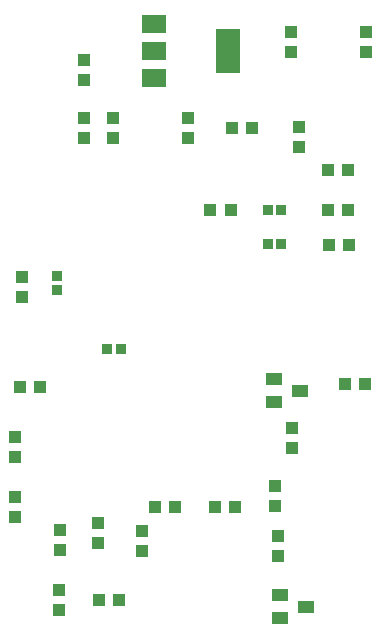
<source format=gbr>
G04 EAGLE Gerber RS-274X export*
G75*
%MOMM*%
%FSLAX34Y34*%
%LPD*%
%INSolderpaste Bottom*%
%IPPOS*%
%AMOC8*
5,1,8,0,0,1.08239X$1,22.5*%
G01*
%ADD10R,1.000000X1.100000*%
%ADD11R,1.100000X1.000000*%
%ADD12R,2.000000X1.500000*%
%ADD13R,2.000000X3.800000*%
%ADD14R,1.400000X1.000000*%
%ADD15R,0.850000X0.900000*%
%ADD16R,0.900000X0.850000*%


D10*
X425863Y659602D03*
X425863Y642602D03*
X279400Y389500D03*
X279400Y372500D03*
X386924Y292909D03*
X386924Y309909D03*
X279400Y321700D03*
X279400Y338700D03*
D11*
X544257Y581663D03*
X561257Y581663D03*
D10*
X362363Y659602D03*
X362363Y642602D03*
X512685Y732326D03*
X512685Y715326D03*
D11*
X414900Y330200D03*
X397900Y330200D03*
X448700Y330200D03*
X465700Y330200D03*
D10*
X576320Y732293D03*
X576320Y715293D03*
D12*
X396914Y692721D03*
X396914Y715721D03*
X396914Y738721D03*
D13*
X459914Y715721D03*
D14*
X520693Y428439D03*
X498693Y437939D03*
X498693Y418939D03*
D10*
X513931Y397117D03*
X513931Y380117D03*
D11*
X444890Y581660D03*
X461890Y581660D03*
X300600Y431800D03*
X283600Y431800D03*
D10*
X317494Y293754D03*
X317494Y310754D03*
D11*
X558768Y434365D03*
X575768Y434365D03*
D10*
X499537Y331015D03*
X499537Y348015D03*
X349670Y299681D03*
X349670Y316681D03*
D11*
X367425Y251407D03*
X350425Y251407D03*
D10*
X337813Y708696D03*
X337813Y691696D03*
D11*
X561388Y614855D03*
X544388Y614855D03*
X545322Y551943D03*
X562322Y551943D03*
D15*
X357420Y463550D03*
X369020Y463550D03*
D10*
X337816Y642590D03*
X337816Y659590D03*
D16*
X314960Y513630D03*
X314960Y525230D03*
D10*
X285351Y507469D03*
X285351Y524469D03*
X317069Y259954D03*
X317069Y242954D03*
D15*
X504910Y581660D03*
X493310Y581660D03*
X504910Y552450D03*
X493310Y552450D03*
D10*
X519801Y651902D03*
X519801Y634902D03*
D14*
X525722Y245509D03*
X503722Y255009D03*
X503722Y236009D03*
D10*
X502023Y305650D03*
X502023Y288650D03*
D11*
X463046Y651022D03*
X480046Y651022D03*
M02*

</source>
